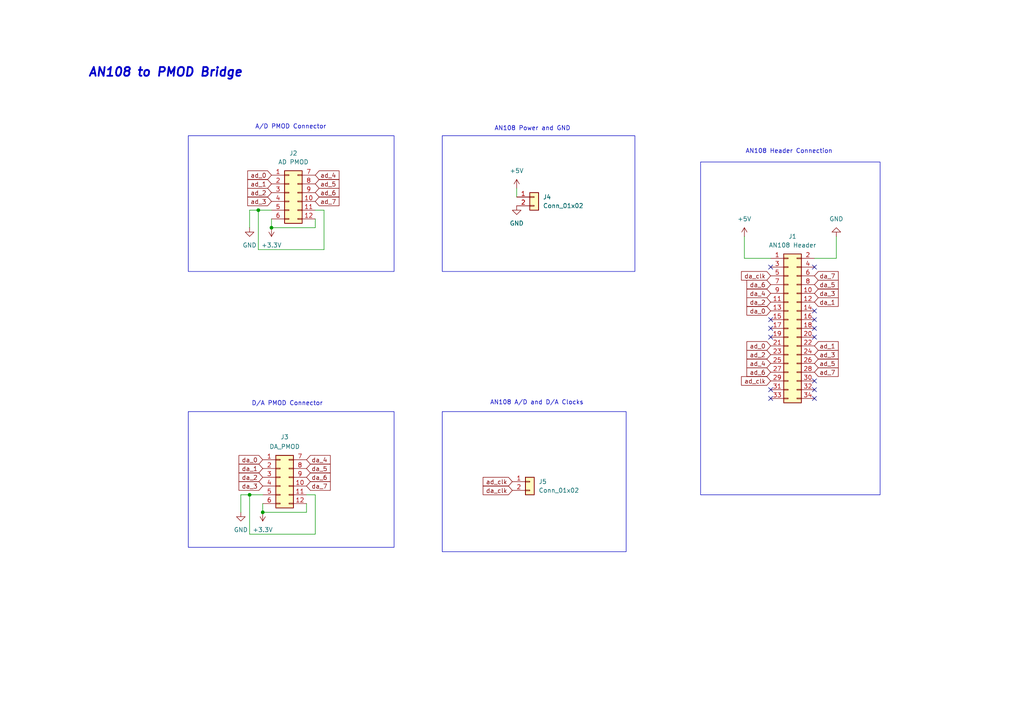
<source format=kicad_sch>
(kicad_sch
	(version 20231120)
	(generator "eeschema")
	(generator_version "8.0")
	(uuid "ca2ffcd2-e180-481d-a3f9-6f6b95d5ac9b")
	(paper "A4")
	(title_block
		(title "AN108 to PMOD Bridge")
		(date "2024-05-10")
		(rev "0.1")
		(company "Steven Frederiksen")
	)
	(lib_symbols
		(symbol "Connector_Generic:Conn_01x02"
			(pin_names
				(offset 1.016) hide)
			(exclude_from_sim no)
			(in_bom yes)
			(on_board yes)
			(property "Reference" "J"
				(at 0 2.54 0)
				(effects
					(font
						(size 1.27 1.27)
					)
				)
			)
			(property "Value" "Conn_01x02"
				(at 0 -5.08 0)
				(effects
					(font
						(size 1.27 1.27)
					)
				)
			)
			(property "Footprint" ""
				(at 0 0 0)
				(effects
					(font
						(size 1.27 1.27)
					)
					(hide yes)
				)
			)
			(property "Datasheet" "~"
				(at 0 0 0)
				(effects
					(font
						(size 1.27 1.27)
					)
					(hide yes)
				)
			)
			(property "Description" "Generic connector, single row, 01x02, script generated (kicad-library-utils/schlib/autogen/connector/)"
				(at 0 0 0)
				(effects
					(font
						(size 1.27 1.27)
					)
					(hide yes)
				)
			)
			(property "ki_keywords" "connector"
				(at 0 0 0)
				(effects
					(font
						(size 1.27 1.27)
					)
					(hide yes)
				)
			)
			(property "ki_fp_filters" "Connector*:*_1x??_*"
				(at 0 0 0)
				(effects
					(font
						(size 1.27 1.27)
					)
					(hide yes)
				)
			)
			(symbol "Conn_01x02_1_1"
				(rectangle
					(start -1.27 -2.413)
					(end 0 -2.667)
					(stroke
						(width 0.1524)
						(type default)
					)
					(fill
						(type none)
					)
				)
				(rectangle
					(start -1.27 0.127)
					(end 0 -0.127)
					(stroke
						(width 0.1524)
						(type default)
					)
					(fill
						(type none)
					)
				)
				(rectangle
					(start -1.27 1.27)
					(end 1.27 -3.81)
					(stroke
						(width 0.254)
						(type default)
					)
					(fill
						(type background)
					)
				)
				(pin passive line
					(at -5.08 0 0)
					(length 3.81)
					(name "Pin_1"
						(effects
							(font
								(size 1.27 1.27)
							)
						)
					)
					(number "1"
						(effects
							(font
								(size 1.27 1.27)
							)
						)
					)
				)
				(pin passive line
					(at -5.08 -2.54 0)
					(length 3.81)
					(name "Pin_2"
						(effects
							(font
								(size 1.27 1.27)
							)
						)
					)
					(number "2"
						(effects
							(font
								(size 1.27 1.27)
							)
						)
					)
				)
			)
		)
		(symbol "Connector_Generic:Conn_02x06_Top_Bottom"
			(pin_names
				(offset 1.016) hide)
			(exclude_from_sim no)
			(in_bom yes)
			(on_board yes)
			(property "Reference" "J"
				(at 1.27 7.62 0)
				(effects
					(font
						(size 1.27 1.27)
					)
				)
			)
			(property "Value" "Conn_02x06_Top_Bottom"
				(at 1.27 -10.16 0)
				(effects
					(font
						(size 1.27 1.27)
					)
				)
			)
			(property "Footprint" ""
				(at 0 0 0)
				(effects
					(font
						(size 1.27 1.27)
					)
					(hide yes)
				)
			)
			(property "Datasheet" "~"
				(at 0 0 0)
				(effects
					(font
						(size 1.27 1.27)
					)
					(hide yes)
				)
			)
			(property "Description" "Generic connector, double row, 02x06, top/bottom pin numbering scheme (row 1: 1...pins_per_row, row2: pins_per_row+1 ... num_pins), script generated (kicad-library-utils/schlib/autogen/connector/)"
				(at 0 0 0)
				(effects
					(font
						(size 1.27 1.27)
					)
					(hide yes)
				)
			)
			(property "ki_keywords" "connector"
				(at 0 0 0)
				(effects
					(font
						(size 1.27 1.27)
					)
					(hide yes)
				)
			)
			(property "ki_fp_filters" "Connector*:*_2x??_*"
				(at 0 0 0)
				(effects
					(font
						(size 1.27 1.27)
					)
					(hide yes)
				)
			)
			(symbol "Conn_02x06_Top_Bottom_1_1"
				(rectangle
					(start -1.27 -7.493)
					(end 0 -7.747)
					(stroke
						(width 0.1524)
						(type default)
					)
					(fill
						(type none)
					)
				)
				(rectangle
					(start -1.27 -4.953)
					(end 0 -5.207)
					(stroke
						(width 0.1524)
						(type default)
					)
					(fill
						(type none)
					)
				)
				(rectangle
					(start -1.27 -2.413)
					(end 0 -2.667)
					(stroke
						(width 0.1524)
						(type default)
					)
					(fill
						(type none)
					)
				)
				(rectangle
					(start -1.27 0.127)
					(end 0 -0.127)
					(stroke
						(width 0.1524)
						(type default)
					)
					(fill
						(type none)
					)
				)
				(rectangle
					(start -1.27 2.667)
					(end 0 2.413)
					(stroke
						(width 0.1524)
						(type default)
					)
					(fill
						(type none)
					)
				)
				(rectangle
					(start -1.27 5.207)
					(end 0 4.953)
					(stroke
						(width 0.1524)
						(type default)
					)
					(fill
						(type none)
					)
				)
				(rectangle
					(start -1.27 6.35)
					(end 3.81 -8.89)
					(stroke
						(width 0.254)
						(type default)
					)
					(fill
						(type background)
					)
				)
				(rectangle
					(start 3.81 -7.493)
					(end 2.54 -7.747)
					(stroke
						(width 0.1524)
						(type default)
					)
					(fill
						(type none)
					)
				)
				(rectangle
					(start 3.81 -4.953)
					(end 2.54 -5.207)
					(stroke
						(width 0.1524)
						(type default)
					)
					(fill
						(type none)
					)
				)
				(rectangle
					(start 3.81 -2.413)
					(end 2.54 -2.667)
					(stroke
						(width 0.1524)
						(type default)
					)
					(fill
						(type none)
					)
				)
				(rectangle
					(start 3.81 0.127)
					(end 2.54 -0.127)
					(stroke
						(width 0.1524)
						(type default)
					)
					(fill
						(type none)
					)
				)
				(rectangle
					(start 3.81 2.667)
					(end 2.54 2.413)
					(stroke
						(width 0.1524)
						(type default)
					)
					(fill
						(type none)
					)
				)
				(rectangle
					(start 3.81 5.207)
					(end 2.54 4.953)
					(stroke
						(width 0.1524)
						(type default)
					)
					(fill
						(type none)
					)
				)
				(pin passive line
					(at -5.08 5.08 0)
					(length 3.81)
					(name "Pin_1"
						(effects
							(font
								(size 1.27 1.27)
							)
						)
					)
					(number "1"
						(effects
							(font
								(size 1.27 1.27)
							)
						)
					)
				)
				(pin passive line
					(at 7.62 -2.54 180)
					(length 3.81)
					(name "Pin_10"
						(effects
							(font
								(size 1.27 1.27)
							)
						)
					)
					(number "10"
						(effects
							(font
								(size 1.27 1.27)
							)
						)
					)
				)
				(pin passive line
					(at 7.62 -5.08 180)
					(length 3.81)
					(name "Pin_11"
						(effects
							(font
								(size 1.27 1.27)
							)
						)
					)
					(number "11"
						(effects
							(font
								(size 1.27 1.27)
							)
						)
					)
				)
				(pin passive line
					(at 7.62 -7.62 180)
					(length 3.81)
					(name "Pin_12"
						(effects
							(font
								(size 1.27 1.27)
							)
						)
					)
					(number "12"
						(effects
							(font
								(size 1.27 1.27)
							)
						)
					)
				)
				(pin passive line
					(at -5.08 2.54 0)
					(length 3.81)
					(name "Pin_2"
						(effects
							(font
								(size 1.27 1.27)
							)
						)
					)
					(number "2"
						(effects
							(font
								(size 1.27 1.27)
							)
						)
					)
				)
				(pin passive line
					(at -5.08 0 0)
					(length 3.81)
					(name "Pin_3"
						(effects
							(font
								(size 1.27 1.27)
							)
						)
					)
					(number "3"
						(effects
							(font
								(size 1.27 1.27)
							)
						)
					)
				)
				(pin passive line
					(at -5.08 -2.54 0)
					(length 3.81)
					(name "Pin_4"
						(effects
							(font
								(size 1.27 1.27)
							)
						)
					)
					(number "4"
						(effects
							(font
								(size 1.27 1.27)
							)
						)
					)
				)
				(pin passive line
					(at -5.08 -5.08 0)
					(length 3.81)
					(name "Pin_5"
						(effects
							(font
								(size 1.27 1.27)
							)
						)
					)
					(number "5"
						(effects
							(font
								(size 1.27 1.27)
							)
						)
					)
				)
				(pin passive line
					(at -5.08 -7.62 0)
					(length 3.81)
					(name "Pin_6"
						(effects
							(font
								(size 1.27 1.27)
							)
						)
					)
					(number "6"
						(effects
							(font
								(size 1.27 1.27)
							)
						)
					)
				)
				(pin passive line
					(at 7.62 5.08 180)
					(length 3.81)
					(name "Pin_7"
						(effects
							(font
								(size 1.27 1.27)
							)
						)
					)
					(number "7"
						(effects
							(font
								(size 1.27 1.27)
							)
						)
					)
				)
				(pin passive line
					(at 7.62 2.54 180)
					(length 3.81)
					(name "Pin_8"
						(effects
							(font
								(size 1.27 1.27)
							)
						)
					)
					(number "8"
						(effects
							(font
								(size 1.27 1.27)
							)
						)
					)
				)
				(pin passive line
					(at 7.62 0 180)
					(length 3.81)
					(name "Pin_9"
						(effects
							(font
								(size 1.27 1.27)
							)
						)
					)
					(number "9"
						(effects
							(font
								(size 1.27 1.27)
							)
						)
					)
				)
			)
		)
		(symbol "Connector_Generic:Conn_02x17_Odd_Even"
			(pin_names
				(offset 1.016) hide)
			(exclude_from_sim no)
			(in_bom yes)
			(on_board yes)
			(property "Reference" "J"
				(at 1.27 22.86 0)
				(effects
					(font
						(size 1.27 1.27)
					)
				)
			)
			(property "Value" "Conn_02x17_Odd_Even"
				(at 1.27 -22.86 0)
				(effects
					(font
						(size 1.27 1.27)
					)
				)
			)
			(property "Footprint" ""
				(at 0 0 0)
				(effects
					(font
						(size 1.27 1.27)
					)
					(hide yes)
				)
			)
			(property "Datasheet" "~"
				(at 0 0 0)
				(effects
					(font
						(size 1.27 1.27)
					)
					(hide yes)
				)
			)
			(property "Description" "Generic connector, double row, 02x17, odd/even pin numbering scheme (row 1 odd numbers, row 2 even numbers), script generated (kicad-library-utils/schlib/autogen/connector/)"
				(at 0 0 0)
				(effects
					(font
						(size 1.27 1.27)
					)
					(hide yes)
				)
			)
			(property "ki_keywords" "connector"
				(at 0 0 0)
				(effects
					(font
						(size 1.27 1.27)
					)
					(hide yes)
				)
			)
			(property "ki_fp_filters" "Connector*:*_2x??_*"
				(at 0 0 0)
				(effects
					(font
						(size 1.27 1.27)
					)
					(hide yes)
				)
			)
			(symbol "Conn_02x17_Odd_Even_1_1"
				(rectangle
					(start -1.27 -20.193)
					(end 0 -20.447)
					(stroke
						(width 0.1524)
						(type default)
					)
					(fill
						(type none)
					)
				)
				(rectangle
					(start -1.27 -17.653)
					(end 0 -17.907)
					(stroke
						(width 0.1524)
						(type default)
					)
					(fill
						(type none)
					)
				)
				(rectangle
					(start -1.27 -15.113)
					(end 0 -15.367)
					(stroke
						(width 0.1524)
						(type default)
					)
					(fill
						(type none)
					)
				)
				(rectangle
					(start -1.27 -12.573)
					(end 0 -12.827)
					(stroke
						(width 0.1524)
						(type default)
					)
					(fill
						(type none)
					)
				)
				(rectangle
					(start -1.27 -10.033)
					(end 0 -10.287)
					(stroke
						(width 0.1524)
						(type default)
					)
					(fill
						(type none)
					)
				)
				(rectangle
					(start -1.27 -7.493)
					(end 0 -7.747)
					(stroke
						(width 0.1524)
						(type default)
					)
					(fill
						(type none)
					)
				)
				(rectangle
					(start -1.27 -4.953)
					(end 0 -5.207)
					(stroke
						(width 0.1524)
						(type default)
					)
					(fill
						(type none)
					)
				)
				(rectangle
					(start -1.27 -2.413)
					(end 0 -2.667)
					(stroke
						(width 0.1524)
						(type default)
					)
					(fill
						(type none)
					)
				)
				(rectangle
					(start -1.27 0.127)
					(end 0 -0.127)
					(stroke
						(width 0.1524)
						(type default)
					)
					(fill
						(type none)
					)
				)
				(rectangle
					(start -1.27 2.667)
					(end 0 2.413)
					(stroke
						(width 0.1524)
						(type default)
					)
					(fill
						(type none)
					)
				)
				(rectangle
					(start -1.27 5.207)
					(end 0 4.953)
					(stroke
						(width 0.1524)
						(type default)
					)
					(fill
						(type none)
					)
				)
				(rectangle
					(start -1.27 7.747)
					(end 0 7.493)
					(stroke
						(width 0.1524)
						(type default)
					)
					(fill
						(type none)
					)
				)
				(rectangle
					(start -1.27 10.287)
					(end 0 10.033)
					(stroke
						(width 0.1524)
						(type default)
					)
					(fill
						(type none)
					)
				)
				(rectangle
					(start -1.27 12.827)
					(end 0 12.573)
					(stroke
						(width 0.1524)
						(type default)
					)
					(fill
						(type none)
					)
				)
				(rectangle
					(start -1.27 15.367)
					(end 0 15.113)
					(stroke
						(width 0.1524)
						(type default)
					)
					(fill
						(type none)
					)
				)
				(rectangle
					(start -1.27 17.907)
					(end 0 17.653)
					(stroke
						(width 0.1524)
						(type default)
					)
					(fill
						(type none)
					)
				)
				(rectangle
					(start -1.27 20.447)
					(end 0 20.193)
					(stroke
						(width 0.1524)
						(type default)
					)
					(fill
						(type none)
					)
				)
				(rectangle
					(start -1.27 21.59)
					(end 3.81 -21.59)
					(stroke
						(width 0.254)
						(type default)
					)
					(fill
						(type background)
					)
				)
				(rectangle
					(start 3.81 -20.193)
					(end 2.54 -20.447)
					(stroke
						(width 0.1524)
						(type default)
					)
					(fill
						(type none)
					)
				)
				(rectangle
					(start 3.81 -17.653)
					(end 2.54 -17.907)
					(stroke
						(width 0.1524)
						(type default)
					)
					(fill
						(type none)
					)
				)
				(rectangle
					(start 3.81 -15.113)
					(end 2.54 -15.367)
					(stroke
						(width 0.1524)
						(type default)
					)
					(fill
						(type none)
					)
				)
				(rectangle
					(start 3.81 -12.573)
					(end 2.54 -12.827)
					(stroke
						(width 0.1524)
						(type default)
					)
					(fill
						(type none)
					)
				)
				(rectangle
					(start 3.81 -10.033)
					(end 2.54 -10.287)
					(stroke
						(width 0.1524)
						(type default)
					)
					(fill
						(type none)
					)
				)
				(rectangle
					(start 3.81 -7.493)
					(end 2.54 -7.747)
					(stroke
						(width 0.1524)
						(type default)
					)
					(fill
						(type none)
					)
				)
				(rectangle
					(start 3.81 -4.953)
					(end 2.54 -5.207)
					(stroke
						(width 0.1524)
						(type default)
					)
					(fill
						(type none)
					)
				)
				(rectangle
					(start 3.81 -2.413)
					(end 2.54 -2.667)
					(stroke
						(width 0.1524)
						(type default)
					)
					(fill
						(type none)
					)
				)
				(rectangle
					(start 3.81 0.127)
					(end 2.54 -0.127)
					(stroke
						(width 0.1524)
						(type default)
					)
					(fill
						(type none)
					)
				)
				(rectangle
					(start 3.81 2.667)
					(end 2.54 2.413)
					(stroke
						(width 0.1524)
						(type default)
					)
					(fill
						(type none)
					)
				)
				(rectangle
					(start 3.81 5.207)
					(end 2.54 4.953)
					(stroke
						(width 0.1524)
						(type default)
					)
					(fill
						(type none)
					)
				)
				(rectangle
					(start 3.81 7.747)
					(end 2.54 7.493)
					(stroke
						(width 0.1524)
						(type default)
					)
					(fill
						(type none)
					)
				)
				(rectangle
					(start 3.81 10.287)
					(end 2.54 10.033)
					(stroke
						(width 0.1524)
						(type default)
					)
					(fill
						(type none)
					)
				)
				(rectangle
					(start 3.81 12.827)
					(end 2.54 12.573)
					(stroke
						(width 0.1524)
						(type default)
					)
					(fill
						(type none)
					)
				)
				(rectangle
					(start 3.81 15.367)
					(end 2.54 15.113)
					(stroke
						(width 0.1524)
						(type default)
					)
					(fill
						(type none)
					)
				)
				(rectangle
					(start 3.81 17.907)
					(end 2.54 17.653)
					(stroke
						(width 0.1524)
						(type default)
					)
					(fill
						(type none)
					)
				)
				(rectangle
					(start 3.81 20.447)
					(end 2.54 20.193)
					(stroke
						(width 0.1524)
						(type default)
					)
					(fill
						(type none)
					)
				)
				(pin passive line
					(at -5.08 20.32 0)
					(length 3.81)
					(name "Pin_1"
						(effects
							(font
								(size 1.27 1.27)
							)
						)
					)
					(number "1"
						(effects
							(font
								(size 1.27 1.27)
							)
						)
					)
				)
				(pin passive line
					(at 7.62 10.16 180)
					(length 3.81)
					(name "Pin_10"
						(effects
							(font
								(size 1.27 1.27)
							)
						)
					)
					(number "10"
						(effects
							(font
								(size 1.27 1.27)
							)
						)
					)
				)
				(pin passive line
					(at -5.08 7.62 0)
					(length 3.81)
					(name "Pin_11"
						(effects
							(font
								(size 1.27 1.27)
							)
						)
					)
					(number "11"
						(effects
							(font
								(size 1.27 1.27)
							)
						)
					)
				)
				(pin passive line
					(at 7.62 7.62 180)
					(length 3.81)
					(name "Pin_12"
						(effects
							(font
								(size 1.27 1.27)
							)
						)
					)
					(number "12"
						(effects
							(font
								(size 1.27 1.27)
							)
						)
					)
				)
				(pin passive line
					(at -5.08 5.08 0)
					(length 3.81)
					(name "Pin_13"
						(effects
							(font
								(size 1.27 1.27)
							)
						)
					)
					(number "13"
						(effects
							(font
								(size 1.27 1.27)
							)
						)
					)
				)
				(pin passive line
					(at 7.62 5.08 180)
					(length 3.81)
					(name "Pin_14"
						(effects
							(font
								(size 1.27 1.27)
							)
						)
					)
					(number "14"
						(effects
							(font
								(size 1.27 1.27)
							)
						)
					)
				)
				(pin passive line
					(at -5.08 2.54 0)
					(length 3.81)
					(name "Pin_15"
						(effects
							(font
								(size 1.27 1.27)
							)
						)
					)
					(number "15"
						(effects
							(font
								(size 1.27 1.27)
							)
						)
					)
				)
				(pin passive line
					(at 7.62 2.54 180)
					(length 3.81)
					(name "Pin_16"
						(effects
							(font
								(size 1.27 1.27)
							)
						)
					)
					(number "16"
						(effects
							(font
								(size 1.27 1.27)
							)
						)
					)
				)
				(pin passive line
					(at -5.08 0 0)
					(length 3.81)
					(name "Pin_17"
						(effects
							(font
								(size 1.27 1.27)
							)
						)
					)
					(number "17"
						(effects
							(font
								(size 1.27 1.27)
							)
						)
					)
				)
				(pin passive line
					(at 7.62 0 180)
					(length 3.81)
					(name "Pin_18"
						(effects
							(font
								(size 1.27 1.27)
							)
						)
					)
					(number "18"
						(effects
							(font
								(size 1.27 1.27)
							)
						)
					)
				)
				(pin passive line
					(at -5.08 -2.54 0)
					(length 3.81)
					(name "Pin_19"
						(effects
							(font
								(size 1.27 1.27)
							)
						)
					)
					(number "19"
						(effects
							(font
								(size 1.27 1.27)
							)
						)
					)
				)
				(pin passive line
					(at 7.62 20.32 180)
					(length 3.81)
					(name "Pin_2"
						(effects
							(font
								(size 1.27 1.27)
							)
						)
					)
					(number "2"
						(effects
							(font
								(size 1.27 1.27)
							)
						)
					)
				)
				(pin passive line
					(at 7.62 -2.54 180)
					(length 3.81)
					(name "Pin_20"
						(effects
							(font
								(size 1.27 1.27)
							)
						)
					)
					(number "20"
						(effects
							(font
								(size 1.27 1.27)
							)
						)
					)
				)
				(pin passive line
					(at -5.08 -5.08 0)
					(length 3.81)
					(name "Pin_21"
						(effects
							(font
								(size 1.27 1.27)
							)
						)
					)
					(number "21"
						(effects
							(font
								(size 1.27 1.27)
							)
						)
					)
				)
				(pin passive line
					(at 7.62 -5.08 180)
					(length 3.81)
					(name "Pin_22"
						(effects
							(font
								(size 1.27 1.27)
							)
						)
					)
					(number "22"
						(effects
							(font
								(size 1.27 1.27)
							)
						)
					)
				)
				(pin passive line
					(at -5.08 -7.62 0)
					(length 3.81)
					(name "Pin_23"
						(effects
							(font
								(size 1.27 1.27)
							)
						)
					)
					(number "23"
						(effects
							(font
								(size 1.27 1.27)
							)
						)
					)
				)
				(pin passive line
					(at 7.62 -7.62 180)
					(length 3.81)
					(name "Pin_24"
						(effects
							(font
								(size 1.27 1.27)
							)
						)
					)
					(number "24"
						(effects
							(font
								(size 1.27 1.27)
							)
						)
					)
				)
				(pin passive line
					(at -5.08 -10.16 0)
					(length 3.81)
					(name "Pin_25"
						(effects
							(font
								(size 1.27 1.27)
							)
						)
					)
					(number "25"
						(effects
							(font
								(size 1.27 1.27)
							)
						)
					)
				)
				(pin passive line
					(at 7.62 -10.16 180)
					(length 3.81)
					(name "Pin_26"
						(effects
							(font
								(size 1.27 1.27)
							)
						)
					)
					(number "26"
						(effects
							(font
								(size 1.27 1.27)
							)
						)
					)
				)
				(pin passive line
					(at -5.08 -12.7 0)
					(length 3.81)
					(name "Pin_27"
						(effects
							(font
								(size 1.27 1.27)
							)
						)
					)
					(number "27"
						(effects
							(font
								(size 1.27 1.27)
							)
						)
					)
				)
				(pin passive line
					(at 7.62 -12.7 180)
					(length 3.81)
					(name "Pin_28"
						(effects
							(font
								(size 1.27 1.27)
							)
						)
					)
					(number "28"
						(effects
							(font
								(size 1.27 1.27)
							)
						)
					)
				)
				(pin passive line
					(at -5.08 -15.24 0)
					(length 3.81)
					(name "Pin_29"
						(effects
							(font
								(size 1.27 1.27)
							)
						)
					)
					(number "29"
						(effects
							(font
								(size 1.27 1.27)
							)
						)
					)
				)
				(pin passive line
					(at -5.08 17.78 0)
					(length 3.81)
					(name "Pin_3"
						(effects
							(font
								(size 1.27 1.27)
							)
						)
					)
					(number "3"
						(effects
							(font
								(size 1.27 1.27)
							)
						)
					)
				)
				(pin passive line
					(at 7.62 -15.24 180)
					(length 3.81)
					(name "Pin_30"
						(effects
							(font
								(size 1.27 1.27)
							)
						)
					)
					(number "30"
						(effects
							(font
								(size 1.27 1.27)
							)
						)
					)
				)
				(pin passive line
					(at -5.08 -17.78 0)
					(length 3.81)
					(name "Pin_31"
						(effects
							(font
								(size 1.27 1.27)
							)
						)
					)
					(number "31"
						(effects
							(font
								(size 1.27 1.27)
							)
						)
					)
				)
				(pin passive line
					(at 7.62 -17.78 180)
					(length 3.81)
					(name "Pin_32"
						(effects
							(font
								(size 1.27 1.27)
							)
						)
					)
					(number "32"
						(effects
							(font
								(size 1.27 1.27)
							)
						)
					)
				)
				(pin passive line
					(at -5.08 -20.32 0)
					(length 3.81)
					(name "Pin_33"
						(effects
							(font
								(size 1.27 1.27)
							)
						)
					)
					(number "33"
						(effects
							(font
								(size 1.27 1.27)
							)
						)
					)
				)
				(pin passive line
					(at 7.62 -20.32 180)
					(length 3.81)
					(name "Pin_34"
						(effects
							(font
								(size 1.27 1.27)
							)
						)
					)
					(number "34"
						(effects
							(font
								(size 1.27 1.27)
							)
						)
					)
				)
				(pin passive line
					(at 7.62 17.78 180)
					(length 3.81)
					(name "Pin_4"
						(effects
							(font
								(size 1.27 1.27)
							)
						)
					)
					(number "4"
						(effects
							(font
								(size 1.27 1.27)
							)
						)
					)
				)
				(pin passive line
					(at -5.08 15.24 0)
					(length 3.81)
					(name "Pin_5"
						(effects
							(font
								(size 1.27 1.27)
							)
						)
					)
					(number "5"
						(effects
							(font
								(size 1.27 1.27)
							)
						)
					)
				)
				(pin passive line
					(at 7.62 15.24 180)
					(length 3.81)
					(name "Pin_6"
						(effects
							(font
								(size 1.27 1.27)
							)
						)
					)
					(number "6"
						(effects
							(font
								(size 1.27 1.27)
							)
						)
					)
				)
				(pin passive line
					(at -5.08 12.7 0)
					(length 3.81)
					(name "Pin_7"
						(effects
							(font
								(size 1.27 1.27)
							)
						)
					)
					(number "7"
						(effects
							(font
								(size 1.27 1.27)
							)
						)
					)
				)
				(pin passive line
					(at 7.62 12.7 180)
					(length 3.81)
					(name "Pin_8"
						(effects
							(font
								(size 1.27 1.27)
							)
						)
					)
					(number "8"
						(effects
							(font
								(size 1.27 1.27)
							)
						)
					)
				)
				(pin passive line
					(at -5.08 10.16 0)
					(length 3.81)
					(name "Pin_9"
						(effects
							(font
								(size 1.27 1.27)
							)
						)
					)
					(number "9"
						(effects
							(font
								(size 1.27 1.27)
							)
						)
					)
				)
			)
		)
		(symbol "power:+3.3V"
			(power)
			(pin_numbers hide)
			(pin_names
				(offset 0) hide)
			(exclude_from_sim no)
			(in_bom yes)
			(on_board yes)
			(property "Reference" "#PWR"
				(at 0 -3.81 0)
				(effects
					(font
						(size 1.27 1.27)
					)
					(hide yes)
				)
			)
			(property "Value" "+3.3V"
				(at 0 3.556 0)
				(effects
					(font
						(size 1.27 1.27)
					)
				)
			)
			(property "Footprint" ""
				(at 0 0 0)
				(effects
					(font
						(size 1.27 1.27)
					)
					(hide yes)
				)
			)
			(property "Datasheet" ""
				(at 0 0 0)
				(effects
					(font
						(size 1.27 1.27)
					)
					(hide yes)
				)
			)
			(property "Description" "Power symbol creates a global label with name \"+3.3V\""
				(at 0 0 0)
				(effects
					(font
						(size 1.27 1.27)
					)
					(hide yes)
				)
			)
			(property "ki_keywords" "global power"
				(at 0 0 0)
				(effects
					(font
						(size 1.27 1.27)
					)
					(hide yes)
				)
			)
			(symbol "+3.3V_0_1"
				(polyline
					(pts
						(xy -0.762 1.27) (xy 0 2.54)
					)
					(stroke
						(width 0)
						(type default)
					)
					(fill
						(type none)
					)
				)
				(polyline
					(pts
						(xy 0 0) (xy 0 2.54)
					)
					(stroke
						(width 0)
						(type default)
					)
					(fill
						(type none)
					)
				)
				(polyline
					(pts
						(xy 0 2.54) (xy 0.762 1.27)
					)
					(stroke
						(width 0)
						(type default)
					)
					(fill
						(type none)
					)
				)
			)
			(symbol "+3.3V_1_1"
				(pin power_in line
					(at 0 0 90)
					(length 0)
					(name "~"
						(effects
							(font
								(size 1.27 1.27)
							)
						)
					)
					(number "1"
						(effects
							(font
								(size 1.27 1.27)
							)
						)
					)
				)
			)
		)
		(symbol "power:+5V"
			(power)
			(pin_numbers hide)
			(pin_names
				(offset 0) hide)
			(exclude_from_sim no)
			(in_bom yes)
			(on_board yes)
			(property "Reference" "#PWR"
				(at 0 -3.81 0)
				(effects
					(font
						(size 1.27 1.27)
					)
					(hide yes)
				)
			)
			(property "Value" "+5V"
				(at 0 3.556 0)
				(effects
					(font
						(size 1.27 1.27)
					)
				)
			)
			(property "Footprint" ""
				(at 0 0 0)
				(effects
					(font
						(size 1.27 1.27)
					)
					(hide yes)
				)
			)
			(property "Datasheet" ""
				(at 0 0 0)
				(effects
					(font
						(size 1.27 1.27)
					)
					(hide yes)
				)
			)
			(property "Description" "Power symbol creates a global label with name \"+5V\""
				(at 0 0 0)
				(effects
					(font
						(size 1.27 1.27)
					)
					(hide yes)
				)
			)
			(property "ki_keywords" "global power"
				(at 0 0 0)
				(effects
					(font
						(size 1.27 1.27)
					)
					(hide yes)
				)
			)
			(symbol "+5V_0_1"
				(polyline
					(pts
						(xy -0.762 1.27) (xy 0 2.54)
					)
					(stroke
						(width 0)
						(type default)
					)
					(fill
						(type none)
					)
				)
				(polyline
					(pts
						(xy 0 0) (xy 0 2.54)
					)
					(stroke
						(width 0)
						(type default)
					)
					(fill
						(type none)
					)
				)
				(polyline
					(pts
						(xy 0 2.54) (xy 0.762 1.27)
					)
					(stroke
						(width 0)
						(type default)
					)
					(fill
						(type none)
					)
				)
			)
			(symbol "+5V_1_1"
				(pin power_in line
					(at 0 0 90)
					(length 0)
					(name "~"
						(effects
							(font
								(size 1.27 1.27)
							)
						)
					)
					(number "1"
						(effects
							(font
								(size 1.27 1.27)
							)
						)
					)
				)
			)
		)
		(symbol "power:GND"
			(power)
			(pin_numbers hide)
			(pin_names
				(offset 0) hide)
			(exclude_from_sim no)
			(in_bom yes)
			(on_board yes)
			(property "Reference" "#PWR"
				(at 0 -6.35 0)
				(effects
					(font
						(size 1.27 1.27)
					)
					(hide yes)
				)
			)
			(property "Value" "GND"
				(at 0 -3.81 0)
				(effects
					(font
						(size 1.27 1.27)
					)
				)
			)
			(property "Footprint" ""
				(at 0 0 0)
				(effects
					(font
						(size 1.27 1.27)
					)
					(hide yes)
				)
			)
			(property "Datasheet" ""
				(at 0 0 0)
				(effects
					(font
						(size 1.27 1.27)
					)
					(hide yes)
				)
			)
			(property "Description" "Power symbol creates a global label with name \"GND\" , ground"
				(at 0 0 0)
				(effects
					(font
						(size 1.27 1.27)
					)
					(hide yes)
				)
			)
			(property "ki_keywords" "global power"
				(at 0 0 0)
				(effects
					(font
						(size 1.27 1.27)
					)
					(hide yes)
				)
			)
			(symbol "GND_0_1"
				(polyline
					(pts
						(xy 0 0) (xy 0 -1.27) (xy 1.27 -1.27) (xy 0 -2.54) (xy -1.27 -1.27) (xy 0 -1.27)
					)
					(stroke
						(width 0)
						(type default)
					)
					(fill
						(type none)
					)
				)
			)
			(symbol "GND_1_1"
				(pin power_in line
					(at 0 0 270)
					(length 0)
					(name "~"
						(effects
							(font
								(size 1.27 1.27)
							)
						)
					)
					(number "1"
						(effects
							(font
								(size 1.27 1.27)
							)
						)
					)
				)
			)
		)
	)
	(junction
		(at 74.93 60.96)
		(diameter 0)
		(color 0 0 0 0)
		(uuid "0bd2b1ea-ff03-4bec-8389-dcfd67244e10")
	)
	(junction
		(at 78.74 66.04)
		(diameter 0)
		(color 0 0 0 0)
		(uuid "556f743c-fbba-4340-b383-88af21af7f50")
	)
	(junction
		(at 72.39 143.51)
		(diameter 0)
		(color 0 0 0 0)
		(uuid "b6b5fa40-9b11-4224-9d4e-f7d920e3588c")
	)
	(junction
		(at 76.2 148.59)
		(diameter 0)
		(color 0 0 0 0)
		(uuid "fac0fba3-d54e-4ddc-9fff-55eed0f57902")
	)
	(no_connect
		(at 236.22 90.17)
		(uuid "2562dd7e-5049-441d-bdb3-37fc7be8410d")
	)
	(no_connect
		(at 223.52 92.71)
		(uuid "2f2b2837-5750-4027-96b9-a65e326384a7")
	)
	(no_connect
		(at 223.52 97.79)
		(uuid "4a6f6614-97ee-4de2-93bc-e829dfadfc05")
	)
	(no_connect
		(at 236.22 115.57)
		(uuid "5a8d3a34-3d2e-45db-905b-a60f9759f756")
	)
	(no_connect
		(at 223.52 113.03)
		(uuid "5acdc53e-1756-445d-8fa7-20088db728f4")
	)
	(no_connect
		(at 236.22 77.47)
		(uuid "64c11cc7-5c17-484f-af56-2f9813ae6869")
	)
	(no_connect
		(at 223.52 95.25)
		(uuid "7756edcb-359a-41cf-826d-2e08b0f1cac6")
	)
	(no_connect
		(at 236.22 97.79)
		(uuid "9d797f64-3144-4af0-b129-0e591ca7d1d6")
	)
	(no_connect
		(at 236.22 92.71)
		(uuid "9de96a1c-e32d-4a2a-babf-a3aea8d510f8")
	)
	(no_connect
		(at 236.22 113.03)
		(uuid "c46ea702-83dc-4dd0-8140-7a834959fd16")
	)
	(no_connect
		(at 236.22 110.49)
		(uuid "c7a90d87-daa0-4269-a764-f86085942245")
	)
	(no_connect
		(at 223.52 115.57)
		(uuid "e258ec6b-077a-455c-a86e-e802d9a8e725")
	)
	(no_connect
		(at 223.52 77.47)
		(uuid "ecbdbb83-f7a5-4469-9186-154e1109ae4b")
	)
	(no_connect
		(at 236.22 95.25)
		(uuid "f6eb42e4-3184-4546-8fbc-b85079b80c22")
	)
	(wire
		(pts
			(xy 72.39 60.96) (xy 74.93 60.96)
		)
		(stroke
			(width 0)
			(type default)
		)
		(uuid "02fbf1a2-a2ba-4d37-9681-de91d835eeb5")
	)
	(wire
		(pts
			(xy 74.93 60.96) (xy 78.74 60.96)
		)
		(stroke
			(width 0)
			(type default)
		)
		(uuid "07c318f0-8745-449b-a696-5e46da5a8ebd")
	)
	(wire
		(pts
			(xy 91.44 63.5) (xy 91.44 66.04)
		)
		(stroke
			(width 0)
			(type default)
		)
		(uuid "0f38385c-e8b6-43dc-9671-c760e5394549")
	)
	(wire
		(pts
			(xy 88.9 148.59) (xy 76.2 148.59)
		)
		(stroke
			(width 0)
			(type default)
		)
		(uuid "188bc234-d948-49a4-af54-d91ec1600425")
	)
	(wire
		(pts
			(xy 76.2 143.51) (xy 72.39 143.51)
		)
		(stroke
			(width 0)
			(type default)
		)
		(uuid "1ea6d5bb-41ff-48a0-b895-bfd19bc6dbba")
	)
	(wire
		(pts
			(xy 91.44 154.94) (xy 72.39 154.94)
		)
		(stroke
			(width 0)
			(type default)
		)
		(uuid "22d393cf-6d66-490f-b85b-b8b2ae974607")
	)
	(wire
		(pts
			(xy 236.22 74.93) (xy 242.57 74.93)
		)
		(stroke
			(width 0)
			(type default)
		)
		(uuid "2379b6c2-d7f7-45d4-80b1-b3bf3b638b6b")
	)
	(wire
		(pts
			(xy 88.9 146.05) (xy 88.9 148.59)
		)
		(stroke
			(width 0)
			(type default)
		)
		(uuid "274090ab-53c9-4436-8c2a-16ae9d31001b")
	)
	(wire
		(pts
			(xy 72.39 60.96) (xy 72.39 66.04)
		)
		(stroke
			(width 0)
			(type default)
		)
		(uuid "28367a2f-ccad-49c1-90d7-a5d58e548f14")
	)
	(wire
		(pts
			(xy 72.39 143.51) (xy 72.39 154.94)
		)
		(stroke
			(width 0)
			(type default)
		)
		(uuid "3735313d-f0c9-49e7-bb46-6afa3d8d35e4")
	)
	(wire
		(pts
			(xy 215.9 68.58) (xy 215.9 74.93)
		)
		(stroke
			(width 0)
			(type default)
		)
		(uuid "56caa0d5-b899-490e-a2d2-3b06e86ca522")
	)
	(wire
		(pts
			(xy 93.98 72.39) (xy 74.93 72.39)
		)
		(stroke
			(width 0)
			(type default)
		)
		(uuid "5e6f1880-f416-4a4b-88e7-e8efc9aaa640")
	)
	(wire
		(pts
			(xy 76.2 146.05) (xy 76.2 148.59)
		)
		(stroke
			(width 0)
			(type default)
		)
		(uuid "797ffba8-c2b2-4cd6-abc7-0d31e03178ef")
	)
	(wire
		(pts
			(xy 78.74 66.04) (xy 91.44 66.04)
		)
		(stroke
			(width 0)
			(type default)
		)
		(uuid "807a2a05-640c-46a5-8dd9-8bc1977982c7")
	)
	(wire
		(pts
			(xy 74.93 72.39) (xy 74.93 60.96)
		)
		(stroke
			(width 0)
			(type default)
		)
		(uuid "92f9909f-c015-42bb-83e6-42ca4ba44d76")
	)
	(wire
		(pts
			(xy 69.85 143.51) (xy 69.85 148.59)
		)
		(stroke
			(width 0)
			(type default)
		)
		(uuid "9ed7a869-bc8b-4667-9895-fdffdaddd627")
	)
	(wire
		(pts
			(xy 93.98 60.96) (xy 93.98 72.39)
		)
		(stroke
			(width 0)
			(type default)
		)
		(uuid "b13e4975-bbd9-485a-b7ba-c0f60eea04ae")
	)
	(wire
		(pts
			(xy 88.9 143.51) (xy 91.44 143.51)
		)
		(stroke
			(width 0)
			(type default)
		)
		(uuid "c9702593-d578-4ee4-9741-f2b8753fe373")
	)
	(wire
		(pts
			(xy 78.74 63.5) (xy 78.74 66.04)
		)
		(stroke
			(width 0)
			(type default)
		)
		(uuid "d2d84d4d-c7d7-4c8a-8e90-f1cf5b626cf0")
	)
	(wire
		(pts
			(xy 242.57 68.58) (xy 242.57 74.93)
		)
		(stroke
			(width 0)
			(type default)
		)
		(uuid "d3631b13-d7d6-4ea6-9695-74ffb58381c2")
	)
	(wire
		(pts
			(xy 149.86 57.15) (xy 149.86 54.61)
		)
		(stroke
			(width 0)
			(type default)
		)
		(uuid "d6c068ae-c6df-482d-81a2-297513fe0733")
	)
	(wire
		(pts
			(xy 72.39 143.51) (xy 69.85 143.51)
		)
		(stroke
			(width 0)
			(type default)
		)
		(uuid "dbe294f4-15bc-497b-883c-caf116019ae5")
	)
	(wire
		(pts
			(xy 223.52 74.93) (xy 215.9 74.93)
		)
		(stroke
			(width 0)
			(type default)
		)
		(uuid "dd8ca36e-58da-4f99-b3ea-7fa623b05b13")
	)
	(wire
		(pts
			(xy 91.44 143.51) (xy 91.44 154.94)
		)
		(stroke
			(width 0)
			(type default)
		)
		(uuid "e3ee9a8e-a0bb-4d14-bead-be234f0b0b53")
	)
	(wire
		(pts
			(xy 91.44 60.96) (xy 93.98 60.96)
		)
		(stroke
			(width 0)
			(type default)
		)
		(uuid "ef0c170a-823a-445a-af3a-71814230f321")
	)
	(rectangle
		(start 203.2 46.99)
		(end 255.27 143.51)
		(stroke
			(width 0)
			(type default)
		)
		(fill
			(type none)
		)
		(uuid 006628d0-b801-43db-b451-1f278ade98b2)
	)
	(rectangle
		(start 128.27 119.38)
		(end 181.61 160.02)
		(stroke
			(width 0)
			(type default)
		)
		(fill
			(type none)
		)
		(uuid 16b29249-e9d9-45a4-9213-f47c49eee682)
	)
	(rectangle
		(start 128.27 39.37)
		(end 184.15 78.74)
		(stroke
			(width 0)
			(type default)
		)
		(fill
			(type none)
		)
		(uuid 8443c522-953d-4d59-8464-1d8afb19c9b8)
	)
	(rectangle
		(start 54.61 119.38)
		(end 114.3 158.75)
		(stroke
			(width 0)
			(type default)
		)
		(fill
			(type none)
		)
		(uuid f0584533-1796-47cd-8101-5ca6581e4502)
	)
	(rectangle
		(start 54.61 39.37)
		(end 114.3 78.74)
		(stroke
			(width 0)
			(type default)
		)
		(fill
			(type none)
		)
		(uuid f1017961-37c4-4f15-a83b-7bcd272697a1)
	)
	(text "AN108 to PMOD Bridge"
		(exclude_from_sim no)
		(at 48.006 21.082 0)
		(effects
			(font
				(size 2.54 2.54)
				(thickness 0.508)
				(bold yes)
				(italic yes)
			)
		)
		(uuid "37e23d23-76d8-48f3-b190-092520aa842c")
	)
	(text "AN108 A/D and D/A Clocks"
		(exclude_from_sim no)
		(at 155.702 116.84 0)
		(effects
			(font
				(size 1.27 1.27)
			)
		)
		(uuid "46f4d76d-a960-4882-8651-e0c7b6e4167f")
	)
	(text "D/A PMOD Connector"
		(exclude_from_sim no)
		(at 83.312 117.094 0)
		(effects
			(font
				(size 1.27 1.27)
			)
		)
		(uuid "70008179-55eb-4e85-a20b-c4ccbc46906d")
	)
	(text "A/D PMOD Connector"
		(exclude_from_sim no)
		(at 84.328 36.83 0)
		(effects
			(font
				(size 1.27 1.27)
			)
		)
		(uuid "8c1313d9-c62e-4b28-9f31-7f41c08559a5")
	)
	(text "AN108 Power and GND"
		(exclude_from_sim no)
		(at 154.432 37.338 0)
		(effects
			(font
				(size 1.27 1.27)
			)
		)
		(uuid "9fa1bf0c-ce28-47a6-88eb-7e7a61a515c3")
	)
	(text "AN108 Header Connection"
		(exclude_from_sim no)
		(at 228.854 43.942 0)
		(effects
			(font
				(size 1.27 1.27)
			)
		)
		(uuid "a3191ac5-58e5-4232-9d08-787b724ace08")
	)
	(global_label "da_2"
		(shape input)
		(at 223.52 87.63 180)
		(fields_autoplaced yes)
		(effects
			(font
				(size 1.27 1.27)
			)
			(justify right)
		)
		(uuid "02d0db38-4629-4322-af0d-e30e2cac8dde")
		(property "Intersheetrefs" "${INTERSHEET_REFS}"
			(at 216.0597 87.63 0)
			(effects
				(font
					(size 1.27 1.27)
				)
				(justify right)
				(hide yes)
			)
		)
	)
	(global_label "ad_clk"
		(shape input)
		(at 223.52 110.49 180)
		(fields_autoplaced yes)
		(effects
			(font
				(size 1.27 1.27)
			)
			(justify right)
		)
		(uuid "043367d9-4e69-4717-a22c-ca582144a9cc")
		(property "Intersheetrefs" "${INTERSHEET_REFS}"
			(at 214.4873 110.49 0)
			(effects
				(font
					(size 1.27 1.27)
				)
				(justify right)
				(hide yes)
			)
		)
	)
	(global_label "da_2"
		(shape input)
		(at 76.2 138.43 180)
		(fields_autoplaced yes)
		(effects
			(font
				(size 1.27 1.27)
			)
			(justify right)
		)
		(uuid "14a1b796-27ac-497c-a3c6-d7052fafec90")
		(property "Intersheetrefs" "${INTERSHEET_REFS}"
			(at 68.7397 138.43 0)
			(effects
				(font
					(size 1.27 1.27)
				)
				(justify right)
				(hide yes)
			)
		)
	)
	(global_label "da_4"
		(shape input)
		(at 223.52 85.09 180)
		(fields_autoplaced yes)
		(effects
			(font
				(size 1.27 1.27)
			)
			(justify right)
		)
		(uuid "15daa2a2-0796-434b-9b08-2bafe0c4e055")
		(property "Intersheetrefs" "${INTERSHEET_REFS}"
			(at 216.0597 85.09 0)
			(effects
				(font
					(size 1.27 1.27)
				)
				(justify right)
				(hide yes)
			)
		)
	)
	(global_label "ad_4"
		(shape input)
		(at 223.52 105.41 180)
		(fields_autoplaced yes)
		(effects
			(font
				(size 1.27 1.27)
			)
			(justify right)
		)
		(uuid "1fefa2cf-3d45-49b1-8218-ade3ce579b86")
		(property "Intersheetrefs" "${INTERSHEET_REFS}"
			(at 216.0597 105.41 0)
			(effects
				(font
					(size 1.27 1.27)
				)
				(justify right)
				(hide yes)
			)
		)
	)
	(global_label "ad_0"
		(shape input)
		(at 78.74 50.8 180)
		(fields_autoplaced yes)
		(effects
			(font
				(size 1.27 1.27)
			)
			(justify right)
		)
		(uuid "22997d64-c89c-4a35-bf97-6a7f2b0c78d2")
		(property "Intersheetrefs" "${INTERSHEET_REFS}"
			(at 71.2797 50.8 0)
			(effects
				(font
					(size 1.27 1.27)
				)
				(justify right)
				(hide yes)
			)
		)
	)
	(global_label "ad_2"
		(shape input)
		(at 223.52 102.87 180)
		(fields_autoplaced yes)
		(effects
			(font
				(size 1.27 1.27)
			)
			(justify right)
		)
		(uuid "24a83d4c-8dee-4a8d-abff-7720399546cd")
		(property "Intersheetrefs" "${INTERSHEET_REFS}"
			(at 216.0597 102.87 0)
			(effects
				(font
					(size 1.27 1.27)
				)
				(justify right)
				(hide yes)
			)
		)
	)
	(global_label "ad_7"
		(shape input)
		(at 91.44 58.42 0)
		(fields_autoplaced yes)
		(effects
			(font
				(size 1.27 1.27)
			)
			(justify left)
		)
		(uuid "27044d36-45ea-46e8-b480-78f040d4e764")
		(property "Intersheetrefs" "${INTERSHEET_REFS}"
			(at 98.9003 58.42 0)
			(effects
				(font
					(size 1.27 1.27)
				)
				(justify left)
				(hide yes)
			)
		)
	)
	(global_label "da_0"
		(shape input)
		(at 223.52 90.17 180)
		(fields_autoplaced yes)
		(effects
			(font
				(size 1.27 1.27)
			)
			(justify right)
		)
		(uuid "2b5ba036-2417-4662-85f9-47bac4c69127")
		(property "Intersheetrefs" "${INTERSHEET_REFS}"
			(at 216.0597 90.17 0)
			(effects
				(font
					(size 1.27 1.27)
				)
				(justify right)
				(hide yes)
			)
		)
	)
	(global_label "da_6"
		(shape input)
		(at 223.52 82.55 180)
		(fields_autoplaced yes)
		(effects
			(font
				(size 1.27 1.27)
			)
			(justify right)
		)
		(uuid "2cb5f875-799d-4837-9f2a-67ca756c32cd")
		(property "Intersheetrefs" "${INTERSHEET_REFS}"
			(at 216.0597 82.55 0)
			(effects
				(font
					(size 1.27 1.27)
				)
				(justify right)
				(hide yes)
			)
		)
	)
	(global_label "da_4"
		(shape input)
		(at 88.9 133.35 0)
		(fields_autoplaced yes)
		(effects
			(font
				(size 1.27 1.27)
			)
			(justify left)
		)
		(uuid "37e34bd3-f8fe-41c2-b8b5-9bb91614bef1")
		(property "Intersheetrefs" "${INTERSHEET_REFS}"
			(at 96.3603 133.35 0)
			(effects
				(font
					(size 1.27 1.27)
				)
				(justify left)
				(hide yes)
			)
		)
	)
	(global_label "ad_1"
		(shape input)
		(at 236.22 100.33 0)
		(fields_autoplaced yes)
		(effects
			(font
				(size 1.27 1.27)
			)
			(justify left)
		)
		(uuid "3c40be90-068e-4e6e-88c9-70feeb98f575")
		(property "Intersheetrefs" "${INTERSHEET_REFS}"
			(at 243.6803 100.33 0)
			(effects
				(font
					(size 1.27 1.27)
				)
				(justify left)
				(hide yes)
			)
		)
	)
	(global_label "ad_6"
		(shape input)
		(at 91.44 55.88 0)
		(fields_autoplaced yes)
		(effects
			(font
				(size 1.27 1.27)
			)
			(justify left)
		)
		(uuid "3cc6bc3e-5cfe-4226-8b8a-866734004d0c")
		(property "Intersheetrefs" "${INTERSHEET_REFS}"
			(at 98.9003 55.88 0)
			(effects
				(font
					(size 1.27 1.27)
				)
				(justify left)
				(hide yes)
			)
		)
	)
	(global_label "ad_clk"
		(shape input)
		(at 148.59 139.7 180)
		(fields_autoplaced yes)
		(effects
			(font
				(size 1.27 1.27)
			)
			(justify right)
		)
		(uuid "4c1173ed-8e69-45b3-a10e-9bf69c87c035")
		(property "Intersheetrefs" "${INTERSHEET_REFS}"
			(at 139.5573 139.7 0)
			(effects
				(font
					(size 1.27 1.27)
				)
				(justify right)
				(hide yes)
			)
		)
	)
	(global_label "da_5"
		(shape input)
		(at 236.22 82.55 0)
		(fields_autoplaced yes)
		(effects
			(font
				(size 1.27 1.27)
			)
			(justify left)
		)
		(uuid "514367f2-2288-47ec-855d-7703f5f01b3b")
		(property "Intersheetrefs" "${INTERSHEET_REFS}"
			(at 243.6803 82.55 0)
			(effects
				(font
					(size 1.27 1.27)
				)
				(justify left)
				(hide yes)
			)
		)
	)
	(global_label "ad_2"
		(shape input)
		(at 78.74 55.88 180)
		(fields_autoplaced yes)
		(effects
			(font
				(size 1.27 1.27)
			)
			(justify right)
		)
		(uuid "55d1345e-dd16-4407-8332-d51d493ec215")
		(property "Intersheetrefs" "${INTERSHEET_REFS}"
			(at 71.2797 55.88 0)
			(effects
				(font
					(size 1.27 1.27)
				)
				(justify right)
				(hide yes)
			)
		)
	)
	(global_label "ad_4"
		(shape input)
		(at 91.44 50.8 0)
		(fields_autoplaced yes)
		(effects
			(font
				(size 1.27 1.27)
			)
			(justify left)
		)
		(uuid "5caf919d-9615-439d-87c3-2ae9354b42c7")
		(property "Intersheetrefs" "${INTERSHEET_REFS}"
			(at 98.9003 50.8 0)
			(effects
				(font
					(size 1.27 1.27)
				)
				(justify left)
				(hide yes)
			)
		)
	)
	(global_label "ad_5"
		(shape input)
		(at 236.22 105.41 0)
		(fields_autoplaced yes)
		(effects
			(font
				(size 1.27 1.27)
			)
			(justify left)
		)
		(uuid "5d48491b-4cbe-4ccf-ae43-ea77795bf563")
		(property "Intersheetrefs" "${INTERSHEET_REFS}"
			(at 243.6803 105.41 0)
			(effects
				(font
					(size 1.27 1.27)
				)
				(justify left)
				(hide yes)
			)
		)
	)
	(global_label "ad_6"
		(shape input)
		(at 223.52 107.95 180)
		(fields_autoplaced yes)
		(effects
			(font
				(size 1.27 1.27)
			)
			(justify right)
		)
		(uuid "693689d1-0cbd-461e-b3f4-27ca7b9f67ba")
		(property "Intersheetrefs" "${INTERSHEET_REFS}"
			(at 216.0597 107.95 0)
			(effects
				(font
					(size 1.27 1.27)
				)
				(justify right)
				(hide yes)
			)
		)
	)
	(global_label "da_6"
		(shape input)
		(at 88.9 138.43 0)
		(fields_autoplaced yes)
		(effects
			(font
				(size 1.27 1.27)
			)
			(justify left)
		)
		(uuid "6aa44953-4bc8-45e7-aba6-7c1878541b78")
		(property "Intersheetrefs" "${INTERSHEET_REFS}"
			(at 96.3603 138.43 0)
			(effects
				(font
					(size 1.27 1.27)
				)
				(justify left)
				(hide yes)
			)
		)
	)
	(global_label "ad_5"
		(shape input)
		(at 91.44 53.34 0)
		(fields_autoplaced yes)
		(effects
			(font
				(size 1.27 1.27)
			)
			(justify left)
		)
		(uuid "74de0339-b611-4b86-97d0-f6b6f3bf702f")
		(property "Intersheetrefs" "${INTERSHEET_REFS}"
			(at 98.9003 53.34 0)
			(effects
				(font
					(size 1.27 1.27)
				)
				(justify left)
				(hide yes)
			)
		)
	)
	(global_label "ad_7"
		(shape input)
		(at 236.22 107.95 0)
		(fields_autoplaced yes)
		(effects
			(font
				(size 1.27 1.27)
			)
			(justify left)
		)
		(uuid "901d39a2-fc23-469f-a3d7-c435935ea1de")
		(property "Intersheetrefs" "${INTERSHEET_REFS}"
			(at 243.6803 107.95 0)
			(effects
				(font
					(size 1.27 1.27)
				)
				(justify left)
				(hide yes)
			)
		)
	)
	(global_label "ad_1"
		(shape input)
		(at 78.74 53.34 180)
		(fields_autoplaced yes)
		(effects
			(font
				(size 1.27 1.27)
			)
			(justify right)
		)
		(uuid "927b1fc4-374d-411c-aecc-daf2f9788973")
		(property "Intersheetrefs" "${INTERSHEET_REFS}"
			(at 71.2797 53.34 0)
			(effects
				(font
					(size 1.27 1.27)
				)
				(justify right)
				(hide yes)
			)
		)
	)
	(global_label "da_7"
		(shape input)
		(at 88.9 140.97 0)
		(fields_autoplaced yes)
		(effects
			(font
				(size 1.27 1.27)
			)
			(justify left)
		)
		(uuid "967a85f2-0ae9-4106-97b8-f194b9ee23a9")
		(property "Intersheetrefs" "${INTERSHEET_REFS}"
			(at 96.3603 140.97 0)
			(effects
				(font
					(size 1.27 1.27)
				)
				(justify left)
				(hide yes)
			)
		)
	)
	(global_label "da_3"
		(shape input)
		(at 236.22 85.09 0)
		(fields_autoplaced yes)
		(effects
			(font
				(size 1.27 1.27)
			)
			(justify left)
		)
		(uuid "ab879294-459d-4d9d-8b58-5c31549a8be3")
		(property "Intersheetrefs" "${INTERSHEET_REFS}"
			(at 243.6803 85.09 0)
			(effects
				(font
					(size 1.27 1.27)
				)
				(justify left)
				(hide yes)
			)
		)
	)
	(global_label "da_3"
		(shape input)
		(at 76.2 140.97 180)
		(fields_autoplaced yes)
		(effects
			(font
				(size 1.27 1.27)
			)
			(justify right)
		)
		(uuid "b0a0c9b9-fe29-4680-bc98-7199d7a3d98a")
		(property "Intersheetrefs" "${INTERSHEET_REFS}"
			(at 68.7397 140.97 0)
			(effects
				(font
					(size 1.27 1.27)
				)
				(justify right)
				(hide yes)
			)
		)
	)
	(global_label "da_7"
		(shape input)
		(at 236.22 80.01 0)
		(fields_autoplaced yes)
		(effects
			(font
				(size 1.27 1.27)
			)
			(justify left)
		)
		(uuid "b4c874fb-bf59-41d4-8119-f4010c968377")
		(property "Intersheetrefs" "${INTERSHEET_REFS}"
			(at 243.6803 80.01 0)
			(effects
				(font
					(size 1.27 1.27)
				)
				(justify left)
				(hide yes)
			)
		)
	)
	(global_label "da_clk"
		(shape input)
		(at 223.52 80.01 180)
		(fields_autoplaced yes)
		(effects
			(font
				(size 1.27 1.27)
			)
			(justify right)
		)
		(uuid "b7ae2a91-c2e0-4ce9-81d6-a1c0cded5c03")
		(property "Intersheetrefs" "${INTERSHEET_REFS}"
			(at 214.4873 80.01 0)
			(effects
				(font
					(size 1.27 1.27)
				)
				(justify right)
				(hide yes)
			)
		)
	)
	(global_label "da_1"
		(shape input)
		(at 76.2 135.89 180)
		(fields_autoplaced yes)
		(effects
			(font
				(size 1.27 1.27)
			)
			(justify right)
		)
		(uuid "b887b9ad-70c3-4af9-987b-784e449b2ca4")
		(property "Intersheetrefs" "${INTERSHEET_REFS}"
			(at 68.7397 135.89 0)
			(effects
				(font
					(size 1.27 1.27)
				)
				(justify right)
				(hide yes)
			)
		)
	)
	(global_label "ad_3"
		(shape input)
		(at 236.22 102.87 0)
		(fields_autoplaced yes)
		(effects
			(font
				(size 1.27 1.27)
			)
			(justify left)
		)
		(uuid "c15d10f0-d493-4d9d-aedd-f81e8568e9b6")
		(property "Intersheetrefs" "${INTERSHEET_REFS}"
			(at 243.6803 102.87 0)
			(effects
				(font
					(size 1.27 1.27)
				)
				(justify left)
				(hide yes)
			)
		)
	)
	(global_label "ad_3"
		(shape input)
		(at 78.74 58.42 180)
		(fields_autoplaced yes)
		(effects
			(font
				(size 1.27 1.27)
			)
			(justify right)
		)
		(uuid "c3c237c3-2964-4f6a-a439-0bf2cc2ba316")
		(property "Intersheetrefs" "${INTERSHEET_REFS}"
			(at 71.2797 58.42 0)
			(effects
				(font
					(size 1.27 1.27)
				)
				(justify right)
				(hide yes)
			)
		)
	)
	(global_label "da_0"
		(shape input)
		(at 76.2 133.35 180)
		(fields_autoplaced yes)
		(effects
			(font
				(size 1.27 1.27)
			)
			(justify right)
		)
		(uuid "c46c62c2-22cd-42ee-b109-ffe7bde216ad")
		(property "Intersheetrefs" "${INTERSHEET_REFS}"
			(at 68.7397 133.35 0)
			(effects
				(font
					(size 1.27 1.27)
				)
				(justify right)
				(hide yes)
			)
		)
	)
	(global_label "ad_0"
		(shape input)
		(at 223.52 100.33 180)
		(fields_autoplaced yes)
		(effects
			(font
				(size 1.27 1.27)
			)
			(justify right)
		)
		(uuid "cac3e0ea-4b92-4677-9f1c-26c58c59406c")
		(property "Intersheetrefs" "${INTERSHEET_REFS}"
			(at 216.0597 100.33 0)
			(effects
				(font
					(size 1.27 1.27)
				)
				(justify right)
				(hide yes)
			)
		)
	)
	(global_label "da_1"
		(shape input)
		(at 236.22 87.63 0)
		(fields_autoplaced yes)
		(effects
			(font
				(size 1.27 1.27)
			)
			(justify left)
		)
		(uuid "d59da5a0-9cf2-4ab2-8157-6799e9ea7810")
		(property "Intersheetrefs" "${INTERSHEET_REFS}"
			(at 243.6803 87.63 0)
			(effects
				(font
					(size 1.27 1.27)
				)
				(justify left)
				(hide yes)
			)
		)
	)
	(global_label "da_5"
		(shape input)
		(at 88.9 135.89 0)
		(fields_autoplaced yes)
		(effects
			(font
				(size 1.27 1.27)
			)
			(justify left)
		)
		(uuid "ded6163f-b4bf-4a0b-acb7-9ee24ffe6286")
		(property "Intersheetrefs" "${INTERSHEET_REFS}"
			(at 96.3603 135.89 0)
			(effects
				(font
					(size 1.27 1.27)
				)
				(justify left)
				(hide yes)
			)
		)
	)
	(global_label "da_clk"
		(shape input)
		(at 148.59 142.24 180)
		(fields_autoplaced yes)
		(effects
			(font
				(size 1.27 1.27)
			)
			(justify right)
		)
		(uuid "ec839c74-e403-4f7d-875d-dc73f1b9fdd8")
		(property "Intersheetrefs" "${INTERSHEET_REFS}"
			(at 139.5573 142.24 0)
			(effects
				(font
					(size 1.27 1.27)
				)
				(justify right)
				(hide yes)
			)
		)
	)
	(symbol
		(lib_id "power:GND")
		(at 149.86 59.69 0)
		(unit 1)
		(exclude_from_sim no)
		(in_bom yes)
		(on_board yes)
		(dnp no)
		(fields_autoplaced yes)
		(uuid "271173b1-c3ea-4ba7-842c-dd96c3f3ddc1")
		(property "Reference" "#PWR04"
			(at 149.86 66.04 0)
			(effects
				(font
					(size 1.27 1.27)
				)
				(hide yes)
			)
		)
		(property "Value" "GND"
			(at 149.86 64.77 0)
			(effects
				(font
					(size 1.27 1.27)
				)
			)
		)
		(property "Footprint" ""
			(at 149.86 59.69 0)
			(effects
				(font
					(size 1.27 1.27)
				)
				(hide yes)
			)
		)
		(property "Datasheet" ""
			(at 149.86 59.69 0)
			(effects
				(font
					(size 1.27 1.27)
				)
				(hide yes)
			)
		)
		(property "Description" "Power symbol creates a global label with name \"GND\" , ground"
			(at 149.86 59.69 0)
			(effects
				(font
					(size 1.27 1.27)
				)
				(hide yes)
			)
		)
		(pin "1"
			(uuid "a4a375e5-61e0-4a62-ace8-bb65e1efe052")
		)
		(instances
			(project "an108_bridge"
				(path "/ca2ffcd2-e180-481d-a3f9-6f6b95d5ac9b"
					(reference "#PWR04")
					(unit 1)
				)
			)
		)
	)
	(symbol
		(lib_id "power:GND")
		(at 72.39 66.04 0)
		(unit 1)
		(exclude_from_sim no)
		(in_bom yes)
		(on_board yes)
		(dnp no)
		(fields_autoplaced yes)
		(uuid "2be8ec0b-e495-4def-9666-37cb257a2c41")
		(property "Reference" "#PWR07"
			(at 72.39 72.39 0)
			(effects
				(font
					(size 1.27 1.27)
				)
				(hide yes)
			)
		)
		(property "Value" "GND"
			(at 72.39 71.12 0)
			(effects
				(font
					(size 1.27 1.27)
				)
			)
		)
		(property "Footprint" ""
			(at 72.39 66.04 0)
			(effects
				(font
					(size 1.27 1.27)
				)
				(hide yes)
			)
		)
		(property "Datasheet" ""
			(at 72.39 66.04 0)
			(effects
				(font
					(size 1.27 1.27)
				)
				(hide yes)
			)
		)
		(property "Description" "Power symbol creates a global label with name \"GND\" , ground"
			(at 72.39 66.04 0)
			(effects
				(font
					(size 1.27 1.27)
				)
				(hide yes)
			)
		)
		(pin "1"
			(uuid "749ecd4e-029e-4369-940d-fe8dbd87478e")
		)
		(instances
			(project "an108_bridge"
				(path "/ca2ffcd2-e180-481d-a3f9-6f6b95d5ac9b"
					(reference "#PWR07")
					(unit 1)
				)
			)
		)
	)
	(symbol
		(lib_id "power:GND")
		(at 242.57 68.58 180)
		(unit 1)
		(exclude_from_sim no)
		(in_bom yes)
		(on_board yes)
		(dnp no)
		(fields_autoplaced yes)
		(uuid "4fa39372-f7f6-4d39-befc-d40a589183aa")
		(property "Reference" "#PWR06"
			(at 242.57 62.23 0)
			(effects
				(font
					(size 1.27 1.27)
				)
				(hide yes)
			)
		)
		(property "Value" "GND"
			(at 242.57 63.5 0)
			(effects
				(font
					(size 1.27 1.27)
				)
			)
		)
		(property "Footprint" ""
			(at 242.57 68.58 0)
			(effects
				(font
					(size 1.27 1.27)
				)
				(hide yes)
			)
		)
		(property "Datasheet" ""
			(at 242.57 68.58 0)
			(effects
				(font
					(size 1.27 1.27)
				)
				(hide yes)
			)
		)
		(property "Description" "Power symbol creates a global label with name \"GND\" , ground"
			(at 242.57 68.58 0)
			(effects
				(font
					(size 1.27 1.27)
				)
				(hide yes)
			)
		)
		(pin "1"
			(uuid "f6dcd611-e78f-4790-bb9f-388770aa1634")
		)
		(instances
			(project "an108_bridge"
				(path "/ca2ffcd2-e180-481d-a3f9-6f6b95d5ac9b"
					(reference "#PWR06")
					(unit 1)
				)
			)
		)
	)
	(symbol
		(lib_id "power:+3.3V")
		(at 76.2 148.59 180)
		(unit 1)
		(exclude_from_sim no)
		(in_bom yes)
		(on_board yes)
		(dnp no)
		(fields_autoplaced yes)
		(uuid "61883df2-1a17-4ce2-a8e3-d2ad60516821")
		(property "Reference" "#PWR03"
			(at 76.2 144.78 0)
			(effects
				(font
					(size 1.27 1.27)
				)
				(hide yes)
			)
		)
		(property "Value" "+3.3V"
			(at 76.2 153.67 0)
			(effects
				(font
					(size 1.27 1.27)
				)
			)
		)
		(property "Footprint" ""
			(at 76.2 148.59 0)
			(effects
				(font
					(size 1.27 1.27)
				)
				(hide yes)
			)
		)
		(property "Datasheet" ""
			(at 76.2 148.59 0)
			(effects
				(font
					(size 1.27 1.27)
				)
				(hide yes)
			)
		)
		(property "Description" "Power symbol creates a global label with name \"+3.3V\""
			(at 76.2 148.59 0)
			(effects
				(font
					(size 1.27 1.27)
				)
				(hide yes)
			)
		)
		(pin "1"
			(uuid "f01423a9-a3aa-4998-af10-9496619f96b4")
		)
		(instances
			(project "an108_bridge"
				(path "/ca2ffcd2-e180-481d-a3f9-6f6b95d5ac9b"
					(reference "#PWR03")
					(unit 1)
				)
			)
		)
	)
	(symbol
		(lib_id "Connector_Generic:Conn_02x17_Odd_Even")
		(at 228.6 95.25 0)
		(unit 1)
		(exclude_from_sim no)
		(in_bom yes)
		(on_board yes)
		(dnp no)
		(fields_autoplaced yes)
		(uuid "656f5e66-65d5-4d24-9226-3a78f29cfe82")
		(property "Reference" "J1"
			(at 229.87 68.58 0)
			(effects
				(font
					(size 1.27 1.27)
				)
			)
		)
		(property "Value" "AN108 Header"
			(at 229.87 71.12 0)
			(effects
				(font
					(size 1.27 1.27)
				)
			)
		)
		(property "Footprint" "Connector_PinHeader_2.54mm:PinHeader_2x17_P2.54mm_Vertical"
			(at 228.6 95.25 0)
			(effects
				(font
					(size 1.27 1.27)
				)
				(hide yes)
			)
		)
		(property "Datasheet" "~"
			(at 228.6 95.25 0)
			(effects
				(font
					(size 1.27 1.27)
				)
				(hide yes)
			)
		)
		(property "Description" "Generic connector, double row, 02x17, odd/even pin numbering scheme (row 1 odd numbers, row 2 even numbers), script generated (kicad-library-utils/schlib/autogen/connector/)"
			(at 228.6 95.25 0)
			(effects
				(font
					(size 1.27 1.27)
				)
				(hide yes)
			)
		)
		(pin "1"
			(uuid "a8b397ab-e916-4d20-81a4-6f590a384b5e")
		)
		(pin "13"
			(uuid "0e5389f1-369f-4724-95f1-582aa269c9f8")
		)
		(pin "12"
			(uuid "f84cfd7a-6769-40a7-a7c2-d6c4c848e08b")
		)
		(pin "10"
			(uuid "ff64a8a3-62e6-46d9-a71d-38a40eb13b62")
		)
		(pin "14"
			(uuid "34ddb3ba-c2af-4875-b0b3-f9e4644d4a5a")
		)
		(pin "15"
			(uuid "e677e2ea-90eb-4a72-9184-99e8a84d95de")
		)
		(pin "16"
			(uuid "d35d108c-1b96-4071-8836-a4f025722064")
		)
		(pin "17"
			(uuid "251b8c0f-914b-4dad-93ba-7b71c8ba6cc5")
		)
		(pin "2"
			(uuid "25b17c72-e490-4970-952c-a989f09cb625")
		)
		(pin "21"
			(uuid "13f70537-427d-4a84-9348-9e0a0ff2f380")
		)
		(pin "22"
			(uuid "03c33119-9027-43f3-a1a4-b18bc34de6c2")
		)
		(pin "23"
			(uuid "31781679-e0c8-4316-bec2-63c2d44726a1")
		)
		(pin "11"
			(uuid "5c016c63-e34f-4a09-a8ea-b405831c8141")
		)
		(pin "19"
			(uuid "ab25260c-1799-4c54-a066-50faaff3b269")
		)
		(pin "18"
			(uuid "a39ddbaf-3993-4269-a422-99fc8d32107d")
		)
		(pin "20"
			(uuid "5ff88a9f-2269-4529-8e5c-f6f7d4ef13cc")
		)
		(pin "30"
			(uuid "b13e6565-543a-40e6-98cd-30cf509b7be7")
		)
		(pin "32"
			(uuid "a6a37700-ab7d-4817-891a-e115d6fe1b45")
		)
		(pin "29"
			(uuid "a9b4ab42-2253-4e81-b2c1-2826bbec7e7a")
		)
		(pin "8"
			(uuid "9462cdba-c2bb-4462-87dc-9f9a5907e3de")
		)
		(pin "25"
			(uuid "25e2e448-08a5-4bf8-8533-8cf42f73c3d2")
		)
		(pin "28"
			(uuid "9a9e976e-a721-40ff-ad53-0ff1d607fd74")
		)
		(pin "3"
			(uuid "1062fa9e-368e-4a5e-9c41-cbdad7ce23c7")
		)
		(pin "24"
			(uuid "a82a1606-bec5-4588-b815-c4ae336f9722")
		)
		(pin "4"
			(uuid "ea758b20-c4d7-4605-9ad0-dc15ba0df05b")
		)
		(pin "5"
			(uuid "a0c7cbb7-450a-4fcc-8cfc-521bc39542b2")
		)
		(pin "33"
			(uuid "491ef981-ab83-468a-9fca-0a7738d87aa1")
		)
		(pin "7"
			(uuid "de3a9c74-88b0-4450-9764-44c79d84fe47")
		)
		(pin "27"
			(uuid "62e2059b-9049-4cd8-83e4-46ff709e8b54")
		)
		(pin "6"
			(uuid "feb2438d-457d-4354-a1b3-d713b6a85262")
		)
		(pin "31"
			(uuid "03b1a7bc-c726-4d7b-8ff1-e9f5a2cd6c6f")
		)
		(pin "9"
			(uuid "b664c3f5-168e-4cde-9a2f-0759f3a1d82f")
		)
		(pin "34"
			(uuid "13d08781-49a0-4b85-9f44-6ed7d2c9fa12")
		)
		(pin "26"
			(uuid "17a41224-34e3-4101-94a4-14920f1fe710")
		)
		(instances
			(project "an108_bridge"
				(path "/ca2ffcd2-e180-481d-a3f9-6f6b95d5ac9b"
					(reference "J1")
					(unit 1)
				)
			)
		)
	)
	(symbol
		(lib_id "power:+3.3V")
		(at 78.74 66.04 180)
		(unit 1)
		(exclude_from_sim no)
		(in_bom yes)
		(on_board yes)
		(dnp no)
		(fields_autoplaced yes)
		(uuid "75216914-5e9e-4193-a740-f92eef7b197d")
		(property "Reference" "#PWR08"
			(at 78.74 62.23 0)
			(effects
				(font
					(size 1.27 1.27)
				)
				(hide yes)
			)
		)
		(property "Value" "+3.3V"
			(at 78.74 71.12 0)
			(effects
				(font
					(size 1.27 1.27)
				)
			)
		)
		(property "Footprint" ""
			(at 78.74 66.04 0)
			(effects
				(font
					(size 1.27 1.27)
				)
				(hide yes)
			)
		)
		(property "Datasheet" ""
			(at 78.74 66.04 0)
			(effects
				(font
					(size 1.27 1.27)
				)
				(hide yes)
			)
		)
		(property "Description" "Power symbol creates a global label with name \"+3.3V\""
			(at 78.74 66.04 0)
			(effects
				(font
					(size 1.27 1.27)
				)
				(hide yes)
			)
		)
		(pin "1"
			(uuid "c2510baa-47c0-450d-b4dd-7f97bca32263")
		)
		(instances
			(project "an108_bridge"
				(path "/ca2ffcd2-e180-481d-a3f9-6f6b95d5ac9b"
					(reference "#PWR08")
					(unit 1)
				)
			)
		)
	)
	(symbol
		(lib_id "Connector_Generic:Conn_02x06_Top_Bottom")
		(at 83.82 55.88 0)
		(unit 1)
		(exclude_from_sim no)
		(in_bom yes)
		(on_board yes)
		(dnp no)
		(fields_autoplaced yes)
		(uuid "805fb0a7-b4d8-48cd-85a2-e554941116aa")
		(property "Reference" "J2"
			(at 85.09 44.45 0)
			(effects
				(font
					(size 1.27 1.27)
				)
			)
		)
		(property "Value" "AD PMOD"
			(at 85.09 46.99 0)
			(effects
				(font
					(size 1.27 1.27)
				)
			)
		)
		(property "Footprint" "Library:pmod_pin_array_6x2"
			(at 83.82 55.88 0)
			(effects
				(font
					(size 1.27 1.27)
				)
				(hide yes)
			)
		)
		(property "Datasheet" "~"
			(at 83.82 55.88 0)
			(effects
				(font
					(size 1.27 1.27)
				)
				(hide yes)
			)
		)
		(property "Description" "Generic connector, double row, 02x06, top/bottom pin numbering scheme (row 1: 1...pins_per_row, row2: pins_per_row+1 ... num_pins), script generated (kicad-library-utils/schlib/autogen/connector/)"
			(at 83.82 55.88 0)
			(effects
				(font
					(size 1.27 1.27)
				)
				(hide yes)
			)
		)
		(pin "8"
			(uuid "e515ba15-3743-43ca-930a-80d9f001e97a")
		)
		(pin "10"
			(uuid "c3a74297-dfa8-46ec-b343-530b42365651")
		)
		(pin "6"
			(uuid "6964ed6c-2028-4b59-82d7-5f17c07635d8")
		)
		(pin "11"
			(uuid "06f6d3c1-4028-4fbe-8dd6-f824db57a92b")
		)
		(pin "7"
			(uuid "d43e269e-42ad-4250-8c55-eb3f8d043434")
		)
		(pin "5"
			(uuid "1c6b77ac-9846-44e3-b2b6-262fad57b2c6")
		)
		(pin "2"
			(uuid "b610a42c-c82a-4d5d-8507-fb53b7f5dfa0")
		)
		(pin "12"
			(uuid "f1dad0bc-0916-4fea-8f2d-1ccf829142af")
		)
		(pin "4"
			(uuid "b34d82e6-98f5-4cbd-b489-2ff6df6c2b11")
		)
		(pin "9"
			(uuid "9a8cb10b-8780-490b-a898-bff795731f97")
		)
		(pin "3"
			(uuid "8f76f6da-3561-4cac-b820-a2d58b8fa853")
		)
		(pin "1"
			(uuid "8b83600e-82be-4b72-bf11-94cf30ac7f64")
		)
		(instances
			(project "an108_bridge"
				(path "/ca2ffcd2-e180-481d-a3f9-6f6b95d5ac9b"
					(reference "J2")
					(unit 1)
				)
			)
		)
	)
	(symbol
		(lib_id "power:+5V")
		(at 215.9 68.58 0)
		(unit 1)
		(exclude_from_sim no)
		(in_bom yes)
		(on_board yes)
		(dnp no)
		(fields_autoplaced yes)
		(uuid "806f65ab-5cdd-4ff5-bab5-f2d981baa655")
		(property "Reference" "#PWR01"
			(at 215.9 72.39 0)
			(effects
				(font
					(size 1.27 1.27)
				)
				(hide yes)
			)
		)
		(property "Value" "+5V"
			(at 215.9 63.5 0)
			(effects
				(font
					(size 1.27 1.27)
				)
			)
		)
		(property "Footprint" ""
			(at 215.9 68.58 0)
			(effects
				(font
					(size 1.27 1.27)
				)
				(hide yes)
			)
		)
		(property "Datasheet" ""
			(at 215.9 68.58 0)
			(effects
				(font
					(size 1.27 1.27)
				)
				(hide yes)
			)
		)
		(property "Description" "Power symbol creates a global label with name \"+5V\""
			(at 215.9 68.58 0)
			(effects
				(font
					(size 1.27 1.27)
				)
				(hide yes)
			)
		)
		(pin "1"
			(uuid "65203977-0aa3-45f9-b25b-7ec2fc8ca93d")
		)
		(instances
			(project "an108_bridge"
				(path "/ca2ffcd2-e180-481d-a3f9-6f6b95d5ac9b"
					(reference "#PWR01")
					(unit 1)
				)
			)
		)
	)
	(symbol
		(lib_id "Connector_Generic:Conn_01x02")
		(at 153.67 139.7 0)
		(unit 1)
		(exclude_from_sim no)
		(in_bom yes)
		(on_board yes)
		(dnp no)
		(fields_autoplaced yes)
		(uuid "867d5156-bc44-4c06-b951-e82b1dfe13ce")
		(property "Reference" "J5"
			(at 156.21 139.6999 0)
			(effects
				(font
					(size 1.27 1.27)
				)
				(justify left)
			)
		)
		(property "Value" "Conn_01x02"
			(at 156.21 142.2399 0)
			(effects
				(font
					(size 1.27 1.27)
				)
				(justify left)
			)
		)
		(property "Footprint" "Connector_PinHeader_2.54mm:PinHeader_1x02_P2.54mm_Vertical"
			(at 153.67 139.7 0)
			(effects
				(font
					(size 1.27 1.27)
				)
				(hide yes)
			)
		)
		(property "Datasheet" "~"
			(at 153.67 139.7 0)
			(effects
				(font
					(size 1.27 1.27)
				)
				(hide yes)
			)
		)
		(property "Description" "Generic connector, single row, 01x02, script generated (kicad-library-utils/schlib/autogen/connector/)"
			(at 153.67 139.7 0)
			(effects
				(font
					(size 1.27 1.27)
				)
				(hide yes)
			)
		)
		(pin "1"
			(uuid "e224fa76-0b6a-4482-a1c9-f2b84f7982d5")
		)
		(pin "2"
			(uuid "4d6efce1-58e3-4acd-a649-63d3dfe748b3")
		)
		(instances
			(project "an108_bridge"
				(path "/ca2ffcd2-e180-481d-a3f9-6f6b95d5ac9b"
					(reference "J5")
					(unit 1)
				)
			)
		)
	)
	(symbol
		(lib_id "Connector_Generic:Conn_01x02")
		(at 154.94 57.15 0)
		(unit 1)
		(exclude_from_sim no)
		(in_bom yes)
		(on_board yes)
		(dnp no)
		(fields_autoplaced yes)
		(uuid "9e744f36-8470-4267-8832-80f1812aad43")
		(property "Reference" "J4"
			(at 157.48 57.1499 0)
			(effects
				(font
					(size 1.27 1.27)
				)
				(justify left)
			)
		)
		(property "Value" "Conn_01x02"
			(at 157.48 59.6899 0)
			(effects
				(font
					(size 1.27 1.27)
				)
				(justify left)
			)
		)
		(property "Footprint" "Connector_PinHeader_2.54mm:PinHeader_1x02_P2.54mm_Vertical"
			(at 154.94 57.15 0)
			(effects
				(font
					(size 1.27 1.27)
				)
				(hide yes)
			)
		)
		(property "Datasheet" "~"
			(at 154.94 57.15 0)
			(effects
				(font
					(size 1.27 1.27)
				)
				(hide yes)
			)
		)
		(property "Description" "Generic connector, single row, 01x02, script generated (kicad-library-utils/schlib/autogen/connector/)"
			(at 154.94 57.15 0)
			(effects
				(font
					(size 1.27 1.27)
				)
				(hide yes)
			)
		)
		(pin "1"
			(uuid "272df6dc-7067-4624-a474-0ab8eb310548")
		)
		(pin "2"
			(uuid "69106a34-a6b0-48f6-8512-e893e44b4b26")
		)
		(instances
			(project "an108_bridge"
				(path "/ca2ffcd2-e180-481d-a3f9-6f6b95d5ac9b"
					(reference "J4")
					(unit 1)
				)
			)
		)
	)
	(symbol
		(lib_id "power:GND")
		(at 69.85 148.59 0)
		(unit 1)
		(exclude_from_sim no)
		(in_bom yes)
		(on_board yes)
		(dnp no)
		(fields_autoplaced yes)
		(uuid "b43a9b9c-bf09-4700-aca3-c05a5d4265bc")
		(property "Reference" "#PWR02"
			(at 69.85 154.94 0)
			(effects
				(font
					(size 1.27 1.27)
				)
				(hide yes)
			)
		)
		(property "Value" "GND"
			(at 69.85 153.67 0)
			(effects
				(font
					(size 1.27 1.27)
				)
			)
		)
		(property "Footprint" ""
			(at 69.85 148.59 0)
			(effects
				(font
					(size 1.27 1.27)
				)
				(hide yes)
			)
		)
		(property "Datasheet" ""
			(at 69.85 148.59 0)
			(effects
				(font
					(size 1.27 1.27)
				)
				(hide yes)
			)
		)
		(property "Description" "Power symbol creates a global label with name \"GND\" , ground"
			(at 69.85 148.59 0)
			(effects
				(font
					(size 1.27 1.27)
				)
				(hide yes)
			)
		)
		(pin "1"
			(uuid "288d2c6a-6c65-4851-bb9f-af80c4952efa")
		)
		(instances
			(project "an108_bridge"
				(path "/ca2ffcd2-e180-481d-a3f9-6f6b95d5ac9b"
					(reference "#PWR02")
					(unit 1)
				)
			)
		)
	)
	(symbol
		(lib_id "power:+5V")
		(at 149.86 54.61 0)
		(unit 1)
		(exclude_from_sim no)
		(in_bom yes)
		(on_board yes)
		(dnp no)
		(fields_autoplaced yes)
		(uuid "b8901cc9-bd33-49f9-854b-260c590fb227")
		(property "Reference" "#PWR05"
			(at 149.86 58.42 0)
			(effects
				(font
					(size 1.27 1.27)
				)
				(hide yes)
			)
		)
		(property "Value" "+5V"
			(at 149.86 49.53 0)
			(effects
				(font
					(size 1.27 1.27)
				)
			)
		)
		(property "Footprint" ""
			(at 149.86 54.61 0)
			(effects
				(font
					(size 1.27 1.27)
				)
				(hide yes)
			)
		)
		(property "Datasheet" ""
			(at 149.86 54.61 0)
			(effects
				(font
					(size 1.27 1.27)
				)
				(hide yes)
			)
		)
		(property "Description" "Power symbol creates a global label with name \"+5V\""
			(at 149.86 54.61 0)
			(effects
				(font
					(size 1.27 1.27)
				)
				(hide yes)
			)
		)
		(pin "1"
			(uuid "78845d98-d335-4a6e-950a-851e15050e6f")
		)
		(instances
			(project "an108_bridge"
				(path "/ca2ffcd2-e180-481d-a3f9-6f6b95d5ac9b"
					(reference "#PWR05")
					(unit 1)
				)
			)
		)
	)
	(symbol
		(lib_id "Connector_Generic:Conn_02x06_Top_Bottom")
		(at 81.28 138.43 0)
		(unit 1)
		(exclude_from_sim no)
		(in_bom yes)
		(on_board yes)
		(dnp no)
		(uuid "e1270c81-f632-42aa-9550-2d4d9bf53b39")
		(property "Reference" "J3"
			(at 82.55 126.746 0)
			(effects
				(font
					(size 1.27 1.27)
				)
			)
		)
		(property "Value" "DA_PMOD"
			(at 82.55 129.54 0)
			(effects
				(font
					(size 1.27 1.27)
				)
			)
		)
		(property "Footprint" "Library:pmod_pin_array_6x2"
			(at 81.28 138.43 0)
			(effects
				(font
					(size 1.27 1.27)
				)
				(hide yes)
			)
		)
		(property "Datasheet" "~"
			(at 81.28 138.43 0)
			(effects
				(font
					(size 1.27 1.27)
				)
				(hide yes)
			)
		)
		(property "Description" "Generic connector, double row, 02x06, top/bottom pin numbering scheme (row 1: 1...pins_per_row, row2: pins_per_row+1 ... num_pins), script generated (kicad-library-utils/schlib/autogen/connector/)"
			(at 81.28 138.43 0)
			(effects
				(font
					(size 1.27 1.27)
				)
				(hide yes)
			)
		)
		(pin "8"
			(uuid "6aebdda3-3a94-4b26-84c9-95cbeace584c")
		)
		(pin "10"
			(uuid "7ac90376-6ef5-447b-8a09-fe8e5a781523")
		)
		(pin "6"
			(uuid "913194b7-8593-4e9b-894a-000dd8bf8641")
		)
		(pin "11"
			(uuid "f7e01fd5-4ea8-441c-a758-34ad01e678ad")
		)
		(pin "7"
			(uuid "8319533b-ad13-40da-9d51-8a3cd686a3c4")
		)
		(pin "5"
			(uuid "026a9d4e-4621-416e-869a-5db8056cd1de")
		)
		(pin "2"
			(uuid "51a80a4e-da4a-46ea-9408-57f6fade2fd2")
		)
		(pin "12"
			(uuid "33ee7c37-b199-4b7d-9778-4c21d492e352")
		)
		(pin "4"
			(uuid "0da2fddb-3ba2-4923-bd09-1740fd326ae3")
		)
		(pin "9"
			(uuid "f97df584-37b3-4953-9237-23dbaa71f91a")
		)
		(pin "3"
			(uuid "8d49607b-97ab-426b-90a6-ea68244a93bb")
		)
		(pin "1"
			(uuid "3a6561d5-cf35-4f20-ac3b-214d3f35a3af")
		)
		(instances
			(project "an108_bridge"
				(path "/ca2ffcd2-e180-481d-a3f9-6f6b95d5ac9b"
					(reference "J3")
					(unit 1)
				)
			)
		)
	)
	(sheet_instances
		(path "/"
			(page "1")
		)
	)
)
</source>
